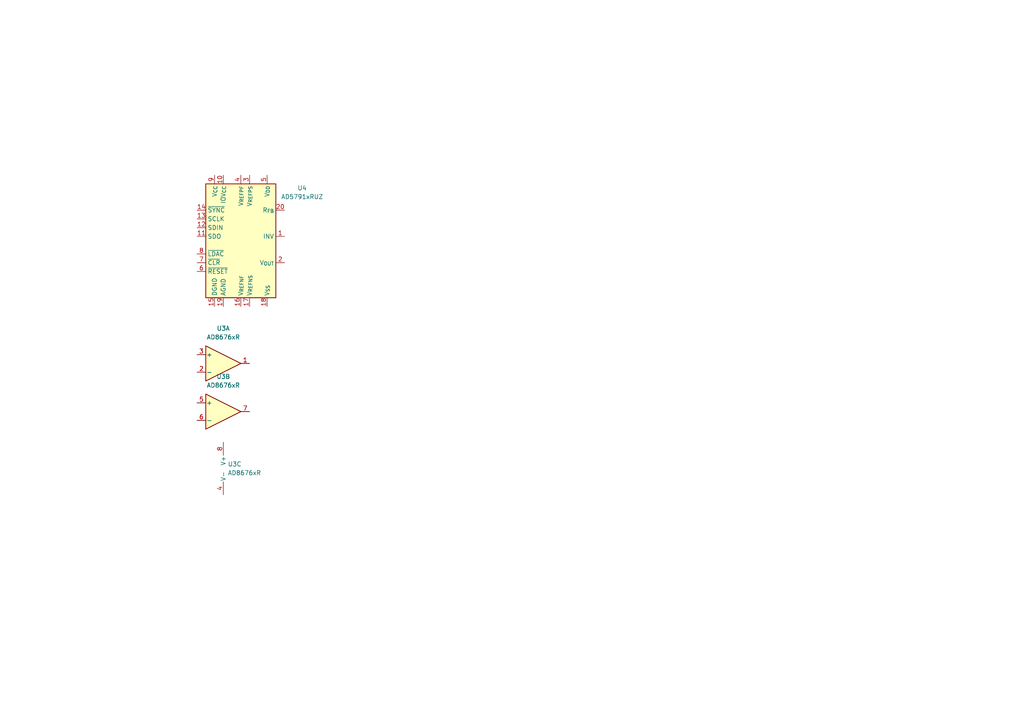
<source format=kicad_sch>
(kicad_sch (version 20250114) (generator "eeschema") (generator_version "9.0")
  (paper "A4")
  (lib_symbols
    (symbol "Amplifier_Operational:AD8676xR" (pin_names (offset 0.127))
      (property "Reference" "U" (at 2.54 6.35 0))
      (property "Value" "AD8676xR" (at 2.54 3.81 0))
      (symbol "AD8676xR_1_1"
        (polyline (pts (xy 5.08 0) (xy -5.08 5.08) (xy -5.08 -5.08) (xy 5.08 0)) (stroke (width 0.254)) (fill (type background)))
        (pin input line (at -7.62 2.54 0) (length 2.54) (name "+") (number "3"))
        (pin input line (at -7.62 -2.54 0) (length 2.54) (name "-") (number "2"))
        (pin output line (at 7.62 0 180) (length 2.54) (name "~") (number "1"))
      )
      (symbol "AD8676xR_2_1"
        (polyline (pts (xy 5.08 0) (xy -5.08 5.08) (xy -5.08 -5.08) (xy 5.08 0)) (stroke (width 0.254)) (fill (type background)))
        (pin input line (at -7.62 2.54 0) (length 2.54) (name "+") (number "5"))
        (pin input line (at -7.62 -2.54 0) (length 2.54) (name "-") (number "6"))
        (pin output line (at 7.62 0 180) (length 2.54) (name "~") (number "7"))
      )
      (symbol "AD8676xR_3_1"
        (pin power_in line (at 0 7.62 270) (length 3.81) (name "V+") (number "8"))
        (pin power_in line (at 0 -7.62 90) (length 3.81) (name "V-") (number "4"))
      )
    )
    (symbol "Analog_DAC:AD5791xRUZ"
      (property "Reference" "U" (at -10.16 15.875 0))
      (property "Value" "AD5791xRUZ" (at -10.16 13.97 0))
      (symbol "AD5791xRUZ_1_1"
        (rectangle (start -10.16 15.24) (end 10.16 -17.78) (stroke (width 0.254)) (fill (type background)))
        (pin input line (at -12.7 7.62 0) (length 2.54) (name "~{SYNC}") (number "14"))
        (pin input line (at -12.7 5.08 0) (length 2.54) (name "SCLK") (number "13"))
        (pin input line (at -12.7 2.54 0) (length 2.54) (name "SDIN") (number "12"))
        (pin output line (at -12.7 0 0) (length 2.54) (name "SDO") (number "11"))
        (pin input line (at -12.7 -5.08 0) (length 2.54) (name "~{LDAC}") (number "8"))
        (pin input line (at -12.7 -7.62 0) (length 2.54) (name "~{CLR}") (number "7"))
        (pin input line (at -12.7 -10.16 0) (length 2.54) (name "~{RESET}") (number "6"))
        (pin power_in line (at -7.62 17.78 270) (length 2.54) (name "V_{CC}") (number "9"))
        (pin power_in line (at -7.62 -20.32 90) (length 2.54) (name "DGND") (number "15"))
        (pin power_in line (at -5.08 17.78 270) (length 2.54) (name "IOV_{CC}") (number "10"))
        (pin power_in line (at -5.08 -20.32 90) (length 2.54) (name "AGND") (number "19"))
        (pin input line (at 0 17.78 270) (length 2.54) (name "V_{REFPF}") (number "4"))
        (pin input line (at 0 -20.32 90) (length 2.54) (name "V_{REFNF}") (number "16"))
        (pin output line (at 2.54 17.78 270) (length 2.54) (name "V_{REFPS}") (number "3"))
        (pin output line (at 2.54 -20.32 90) (length 2.54) (name "V_{REFNS}") (number "17"))
        (pin power_in line (at 7.62 17.78 270) (length 2.54) (name "V_{DD}") (number "5"))
        (pin power_in line (at 7.62 -20.32 90) (length 2.54) (name "V_{SS}") (number "18"))
        (pin passive line (at 12.7 7.62 180) (length 2.54) (name "R_{FB}") (number "20"))
        (pin output line (at 12.7 0 180) (length 2.54) (name "INV") (number "1"))
        (pin output line (at 12.7 -7.62 180) (length 2.54) (name "V_{OUT}") (number "2"))
      )
    )
  )
  (symbol (lib_id "Amplifier_Operational:AD8676xR") (at 64.77 105.41 0) (unit 1)
    (property "Reference" "U3" (at 64.77 95.25 0))
    (property "Value" "AD8676xR" (at 64.77 97.79 0))
    (property "Footprint" "Package_SO:SOIC-8_3.9x4.9mm_P1.27mm" (effects (hide yes)))
    (property "Datasheet" "https://www.analog.com/media/en/technical-documentation/data-sheets/AD8676.pdf" (effects (hide yes)))
    (property "Description" "Dual operational amplifier, Ultra-precision, 36V, Rail-to-rail output, SOIC-8" (effects (hide yes)))
  )
  (symbol (lib_id "Amplifier_Operational:AD8676xR") (at 64.77 119.38 0) (unit 2)
    (property "Reference" "U3" (at 64.77 109.22 0))
    (property "Value" "AD8676xR" (at 64.77 111.76 0))
    (property "Footprint" "Package_SO:SOIC-8_3.9x4.9mm_P1.27mm" (effects (hide yes)))
    (property "Datasheet" "https://www.analog.com/media/en/technical-documentation/data-sheets/AD8676.pdf" (effects (hide yes)))
    (property "Description" "Dual operational amplifier, Ultra-precision, 36V, Rail-to-rail output, SOIC-8" (effects (hide yes)))
  )
  (symbol (lib_id "Amplifier_Operational:AD8676xR") (at 64.77 135.89 0) (unit 3)
    (property "Reference" "U3" (at 66.04 134.6199 0) (effects (justify left)))
    (property "Value" "AD8676xR" (at 66.04 137.1599 0) (effects (justify left)))
    (property "Footprint" "Package_SO:SOIC-8_3.9x4.9mm_P1.27mm" (effects (hide yes)))
    (property "Datasheet" "https://www.analog.com/media/en/technical-documentation/data-sheets/AD8676.pdf" (effects (hide yes)))
    (property "Description" "Dual operational amplifier, Ultra-precision, 36V, Rail-to-rail output, SOIC-8" (effects (hide yes)))
  )
  (symbol (lib_id "Analog_DAC:AD5791xRUZ") (at 69.85 68.58 0) (unit 1)
    (property "Reference" "U4" (at 87.63 54.5398 0))
    (property "Value" "AD5791xRUZ" (at 87.63 57.0798 0))
    (property "Footprint" "Package_SO:TSSOP-20_4.4x6.5mm_P0.65mm" (effects (hide yes)))
    (property "Datasheet" "https://www.analog.com/media/en/technical-documentation/data-sheets/ad5791.pdf" (effects (hide yes)))
    (property "Description" "1 ppm, 20-Bit, ±1 LSB INL, Voltage Output DAC, TSSOP-20" (effects (hide yes)))
  )
)
</source>
